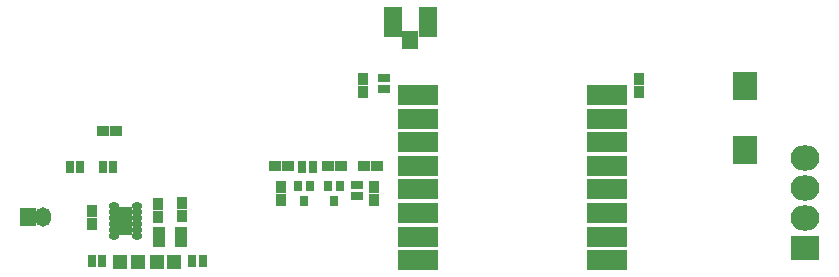
<source format=gbr>
G04 #@! TF.FileFunction,Soldermask,Top*
%FSLAX46Y46*%
G04 Gerber Fmt 4.6, Leading zero omitted, Abs format (unit mm)*
G04 Created by KiCad (PCBNEW 4.0.5+dfsg1-4~bpo8+1) date Wed Feb  7 22:28:11 2018*
%MOMM*%
%LPD*%
G01*
G04 APERTURE LIST*
%ADD10C,0.100000*%
%ADD11R,3.400000X1.700000*%
%ADD12R,1.000000X0.800000*%
%ADD13R,1.350000X1.650000*%
%ADD14O,1.350000X1.650000*%
%ADD15R,0.900000X1.000000*%
%ADD16R,1.000000X0.900000*%
%ADD17R,1.197560X1.197560*%
%ADD18R,1.100000X1.700000*%
%ADD19R,0.800000X0.910000*%
%ADD20R,0.800000X1.000000*%
%ADD21R,2.000000X2.400000*%
%ADD22R,2.432000X2.127200*%
%ADD23O,2.432000X2.127200*%
%ADD24O,0.900000X0.650000*%
%ADD25R,1.300000X2.400000*%
%ADD26R,1.500000X2.650000*%
%ADD27R,1.450000X1.500000*%
G04 APERTURE END LIST*
D10*
D11*
X171640000Y-112480000D03*
X171640000Y-114480000D03*
X171640000Y-116480000D03*
X171640000Y-118480000D03*
X171640000Y-120480000D03*
X171640000Y-122480000D03*
X171640000Y-124480000D03*
X171640000Y-126480000D03*
X155640000Y-126480000D03*
X155640000Y-124480000D03*
X155640000Y-122480000D03*
X155640000Y-120480000D03*
X155640000Y-118480000D03*
X155640000Y-116480000D03*
X155640000Y-114480000D03*
X155640000Y-112480000D03*
D12*
X150480000Y-121030000D03*
X150480000Y-120130000D03*
D13*
X122630000Y-122770000D03*
D14*
X123880000Y-122770000D03*
D15*
X128040000Y-122330000D03*
X128040000Y-123430000D03*
X135660000Y-121650000D03*
X135660000Y-122750000D03*
X174370000Y-111090000D03*
X174370000Y-112190000D03*
X151020000Y-111140000D03*
X151020000Y-112240000D03*
X151910000Y-121340000D03*
X151910000Y-120240000D03*
D16*
X152150000Y-118520000D03*
X151050000Y-118520000D03*
D15*
X144030000Y-121340000D03*
X144030000Y-120240000D03*
D16*
X144620000Y-118530000D03*
X143520000Y-118530000D03*
X128970000Y-115540000D03*
X130070000Y-115540000D03*
D17*
X135019300Y-126640000D03*
X133520700Y-126640000D03*
X130420700Y-126640000D03*
X131919300Y-126640000D03*
D18*
X133710000Y-124540000D03*
X135610000Y-124540000D03*
D19*
X149020000Y-120170000D03*
X148020000Y-120170000D03*
X148520000Y-121470000D03*
X146520000Y-120190000D03*
X145520000Y-120190000D03*
X146020000Y-121490000D03*
D20*
X126170000Y-118540000D03*
X127070000Y-118540000D03*
X128970000Y-118540000D03*
X129870000Y-118540000D03*
X137420000Y-126540000D03*
X136520000Y-126540000D03*
X128020000Y-126540000D03*
X128920000Y-126540000D03*
D12*
X152770000Y-111940000D03*
X152770000Y-111040000D03*
D20*
X146770000Y-118570000D03*
X145870000Y-118570000D03*
D21*
X183300000Y-111700000D03*
X183300000Y-117100000D03*
D22*
X188440000Y-125430000D03*
D23*
X188440000Y-122890000D03*
X188440000Y-120350000D03*
X188440000Y-117810000D03*
D24*
X131820000Y-124390000D03*
X131820000Y-123890000D03*
X131820000Y-123390000D03*
X131820000Y-122890000D03*
X131820000Y-122390000D03*
X131820000Y-121890000D03*
X129920000Y-121890000D03*
X129920000Y-122390000D03*
X129920000Y-122890000D03*
X129920000Y-123390000D03*
X129920000Y-123890000D03*
X129920000Y-124390000D03*
D25*
X130870000Y-123140000D03*
D26*
X153535000Y-106310000D03*
X156485000Y-106310000D03*
D27*
X155010000Y-107860000D03*
D15*
X133650000Y-122770000D03*
X133650000Y-121670000D03*
D16*
X148020000Y-118520000D03*
X149120000Y-118520000D03*
M02*

</source>
